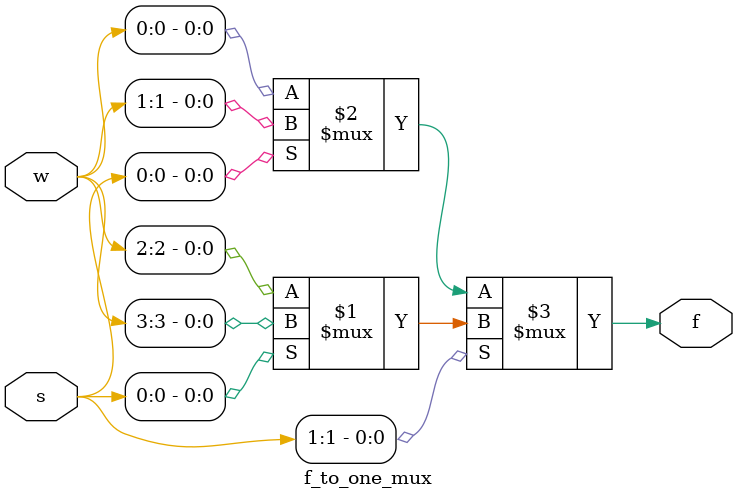
<source format=v>
module caller(a,b,c,d,f);
input a,b,c,d;
output f;
f_to_one_mux m0({1'b0,1'b0,d,c|(~d)},{a,b},f);
endmodule
module f_to_one_mux(w,s,f);
input [3:0]w;
input [1:0]s;
output f;
assign f=s[1]?s[0]?w[3]:w[2]:s[0]?w[1]:w[0];
endmodule
</source>
